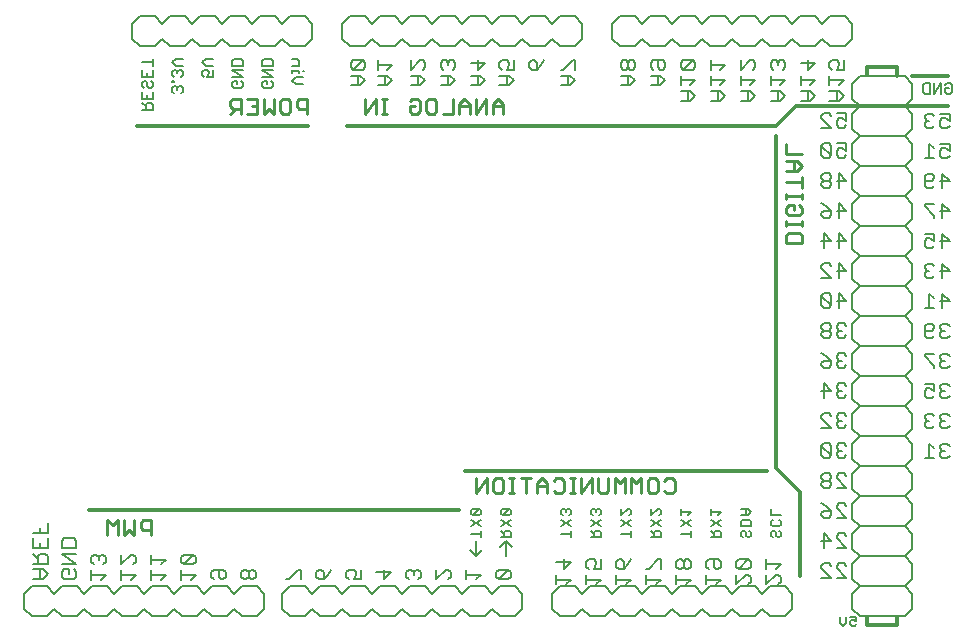
<source format=gbo>
G75*
%MOIN*%
%OFA0B0*%
%FSLAX24Y24*%
%IPPOS*%
%LPD*%
%AMOC8*
5,1,8,0,0,1.08239X$1,22.5*
%
%ADD10C,0.0080*%
%ADD11C,0.0060*%
%ADD12C,0.0120*%
%ADD13C,0.0090*%
%ADD14C,0.0050*%
D10*
X008500Y027850D02*
X008250Y028100D01*
X008250Y028600D01*
X008500Y028850D01*
X009000Y028850D01*
X009250Y028600D01*
X009500Y028850D01*
X010000Y028850D01*
X010250Y028600D01*
X010500Y028850D01*
X011000Y028850D01*
X011250Y028600D01*
X011500Y028850D01*
X012000Y028850D01*
X012250Y028600D01*
X012500Y028850D01*
X013000Y028850D01*
X013250Y028600D01*
X013500Y028850D01*
X014000Y028850D01*
X014250Y028600D01*
X014500Y028850D01*
X015000Y028850D01*
X015250Y028600D01*
X015500Y028850D01*
X016000Y028850D01*
X016250Y028600D01*
X016250Y028100D01*
X016000Y027850D01*
X015500Y027850D01*
X015250Y028100D01*
X015000Y027850D01*
X014500Y027850D01*
X014250Y028100D01*
X014000Y027850D01*
X013500Y027850D01*
X013250Y028100D01*
X013000Y027850D01*
X012500Y027850D01*
X012250Y028100D01*
X012000Y027850D01*
X011500Y027850D01*
X011250Y028100D01*
X011000Y027850D01*
X010500Y027850D01*
X010250Y028100D01*
X010000Y027850D01*
X009500Y027850D01*
X009250Y028100D01*
X009000Y027850D01*
X008500Y027850D01*
X008540Y029090D02*
X008860Y029090D01*
X009020Y029250D01*
X008860Y029410D01*
X008540Y029410D01*
X008540Y029606D02*
X009020Y029606D01*
X009020Y029846D01*
X008940Y029926D01*
X008780Y029926D01*
X008700Y029846D01*
X008700Y029606D01*
X008700Y029766D02*
X008540Y029926D01*
X008540Y030121D02*
X008540Y030442D01*
X008540Y030637D02*
X009020Y030637D01*
X009020Y030957D01*
X008780Y030797D02*
X008780Y030637D01*
X009020Y030442D02*
X009020Y030121D01*
X008540Y030121D01*
X008780Y030121D02*
X008780Y030281D01*
X009490Y030361D02*
X009490Y030121D01*
X009970Y030121D01*
X009970Y030361D01*
X009890Y030442D01*
X009570Y030442D01*
X009490Y030361D01*
X009490Y029926D02*
X009970Y029926D01*
X009970Y029606D02*
X009490Y029926D01*
X009490Y029606D02*
X009970Y029606D01*
X009890Y029410D02*
X009970Y029330D01*
X009970Y029170D01*
X009890Y029090D01*
X009570Y029090D01*
X009490Y029170D01*
X009490Y029330D01*
X009570Y029410D01*
X009730Y029410D01*
X009730Y029250D01*
X010480Y029219D02*
X010960Y029219D01*
X010800Y029059D01*
X010480Y029059D02*
X010480Y029379D01*
X010560Y029574D02*
X010480Y029654D01*
X010480Y029815D01*
X010560Y029895D01*
X010640Y029895D01*
X010720Y029815D01*
X010720Y029734D01*
X010720Y029815D02*
X010800Y029895D01*
X010880Y029895D01*
X010960Y029815D01*
X010960Y029654D01*
X010880Y029574D01*
X011480Y029574D02*
X011800Y029895D01*
X011880Y029895D01*
X011960Y029815D01*
X011960Y029654D01*
X011880Y029574D01*
X011960Y029219D02*
X011480Y029219D01*
X011480Y029059D02*
X011480Y029379D01*
X011480Y029574D02*
X011480Y029895D01*
X011960Y029219D02*
X011800Y029059D01*
X012480Y029059D02*
X012480Y029379D01*
X012480Y029219D02*
X012960Y029219D01*
X012800Y029059D01*
X012800Y029574D02*
X012960Y029734D01*
X012480Y029734D01*
X012480Y029574D02*
X012480Y029895D01*
X013480Y029815D02*
X013480Y029654D01*
X013560Y029574D01*
X013880Y029895D01*
X013560Y029895D01*
X013480Y029815D01*
X013560Y029574D02*
X013880Y029574D01*
X013960Y029654D01*
X013960Y029815D01*
X013880Y029895D01*
X013480Y029379D02*
X013480Y029059D01*
X013480Y029219D02*
X013960Y029219D01*
X013800Y029059D01*
X014480Y029154D02*
X014480Y029315D01*
X014560Y029395D01*
X014880Y029395D01*
X014960Y029315D01*
X014960Y029154D01*
X014880Y029074D01*
X014800Y029074D01*
X014720Y029154D01*
X014720Y029395D01*
X014480Y029154D02*
X014560Y029074D01*
X015480Y029154D02*
X015560Y029074D01*
X015640Y029074D01*
X015720Y029154D01*
X015720Y029315D01*
X015640Y029395D01*
X015560Y029395D01*
X015480Y029315D01*
X015480Y029154D01*
X015720Y029154D02*
X015800Y029074D01*
X015880Y029074D01*
X015960Y029154D01*
X015960Y029315D01*
X015880Y029395D01*
X015800Y029395D01*
X015720Y029315D01*
X016980Y029074D02*
X017060Y029074D01*
X017380Y029395D01*
X017460Y029395D01*
X017460Y029074D01*
X017600Y028850D02*
X017100Y028850D01*
X016850Y028600D01*
X016850Y028100D01*
X017100Y027850D01*
X017600Y027850D01*
X017850Y028100D01*
X018100Y027850D01*
X018600Y027850D01*
X018850Y028100D01*
X019100Y027850D01*
X019600Y027850D01*
X019850Y028100D01*
X020100Y027850D01*
X020600Y027850D01*
X020850Y028100D01*
X021100Y027850D01*
X021600Y027850D01*
X021850Y028100D01*
X022100Y027850D01*
X022600Y027850D01*
X022850Y028100D01*
X023100Y027850D01*
X023600Y027850D01*
X023850Y028100D01*
X024100Y027850D01*
X024600Y027850D01*
X024850Y028100D01*
X024850Y028600D01*
X024600Y028850D01*
X024100Y028850D01*
X023850Y028600D01*
X023600Y028850D01*
X023100Y028850D01*
X022850Y028600D01*
X022600Y028850D01*
X022100Y028850D01*
X021850Y028600D01*
X021600Y028850D01*
X021100Y028850D01*
X020850Y028600D01*
X020600Y028850D01*
X020100Y028850D01*
X019850Y028600D01*
X019600Y028850D01*
X019100Y028850D01*
X018850Y028600D01*
X018600Y028850D01*
X018100Y028850D01*
X017850Y028600D01*
X017600Y028850D01*
X017980Y029154D02*
X017980Y029315D01*
X018060Y029395D01*
X018140Y029395D01*
X018220Y029315D01*
X018220Y029074D01*
X018060Y029074D01*
X017980Y029154D01*
X018220Y029074D02*
X018380Y029234D01*
X018460Y029395D01*
X018980Y029315D02*
X018980Y029154D01*
X019060Y029074D01*
X019220Y029074D02*
X019300Y029234D01*
X019300Y029315D01*
X019220Y029395D01*
X019060Y029395D01*
X018980Y029315D01*
X019220Y029074D02*
X019460Y029074D01*
X019460Y029395D01*
X019980Y029315D02*
X020460Y029315D01*
X020220Y029074D01*
X020220Y029395D01*
X020980Y029315D02*
X020980Y029154D01*
X021060Y029074D01*
X021220Y029234D02*
X021220Y029315D01*
X021140Y029395D01*
X021060Y029395D01*
X020980Y029315D01*
X021220Y029315D02*
X021300Y029395D01*
X021380Y029395D01*
X021460Y029315D01*
X021460Y029154D01*
X021380Y029074D01*
X021980Y029074D02*
X022300Y029395D01*
X022380Y029395D01*
X022460Y029315D01*
X022460Y029154D01*
X022380Y029074D01*
X021980Y029074D02*
X021980Y029395D01*
X022980Y029395D02*
X022980Y029074D01*
X022980Y029234D02*
X023460Y029234D01*
X023300Y029074D01*
X023300Y029850D02*
X023500Y030050D01*
X023300Y029850D02*
X023300Y030350D01*
X023100Y030050D02*
X023300Y029850D01*
X024100Y030150D02*
X024300Y030350D01*
X024500Y030150D01*
X024300Y030350D02*
X024300Y029850D01*
X024380Y029395D02*
X024060Y029074D01*
X023980Y029154D01*
X023980Y029315D01*
X024060Y029395D01*
X024380Y029395D01*
X024460Y029315D01*
X024460Y029154D01*
X024380Y029074D01*
X024060Y029074D01*
X025850Y028600D02*
X025850Y028100D01*
X026100Y027850D01*
X026600Y027850D01*
X026850Y028100D01*
X027100Y027850D01*
X027600Y027850D01*
X027850Y028100D01*
X028100Y027850D01*
X028600Y027850D01*
X028850Y028100D01*
X029100Y027850D01*
X029600Y027850D01*
X029850Y028100D01*
X030100Y027850D01*
X030600Y027850D01*
X030850Y028100D01*
X031100Y027850D01*
X031600Y027850D01*
X031850Y028100D01*
X032100Y027850D01*
X032600Y027850D01*
X032850Y028100D01*
X033100Y027850D01*
X033600Y027850D01*
X033850Y028100D01*
X033850Y028600D01*
X033600Y028850D01*
X033100Y028850D01*
X032850Y028600D01*
X032600Y028850D01*
X032100Y028850D01*
X031850Y028600D01*
X031600Y028850D01*
X031100Y028850D01*
X030850Y028600D01*
X030600Y028850D01*
X030100Y028850D01*
X029850Y028600D01*
X029600Y028850D01*
X029100Y028850D01*
X028850Y028600D01*
X028600Y028850D01*
X028100Y028850D01*
X027850Y028600D01*
X027600Y028850D01*
X027100Y028850D01*
X026850Y028600D01*
X026600Y028850D01*
X026100Y028850D01*
X025850Y028600D01*
X025980Y028909D02*
X025980Y029229D01*
X025980Y029069D02*
X026460Y029069D01*
X026300Y028909D01*
X026220Y029424D02*
X026220Y029745D01*
X025980Y029665D02*
X026460Y029665D01*
X026220Y029424D01*
X026980Y029504D02*
X027060Y029424D01*
X026980Y029504D02*
X026980Y029665D01*
X027060Y029745D01*
X027220Y029745D01*
X027300Y029665D01*
X027300Y029584D01*
X027220Y029424D01*
X027460Y029424D01*
X027460Y029745D01*
X027980Y029665D02*
X027980Y029504D01*
X028060Y029424D01*
X028220Y029424D01*
X028220Y029665D01*
X028140Y029745D01*
X028060Y029745D01*
X027980Y029665D01*
X028220Y029424D02*
X028380Y029584D01*
X028460Y029745D01*
X028460Y029069D02*
X027980Y029069D01*
X027980Y028909D02*
X027980Y029229D01*
X028300Y028909D02*
X028460Y029069D01*
X028980Y029069D02*
X029460Y029069D01*
X029300Y028909D01*
X028980Y028909D02*
X028980Y029229D01*
X028980Y029424D02*
X029060Y029424D01*
X029380Y029745D01*
X029460Y029745D01*
X029460Y029424D01*
X029980Y029504D02*
X029980Y029665D01*
X030060Y029745D01*
X030140Y029745D01*
X030220Y029665D01*
X030220Y029504D01*
X030300Y029424D01*
X030380Y029424D01*
X030460Y029504D01*
X030460Y029665D01*
X030380Y029745D01*
X030300Y029745D01*
X030220Y029665D01*
X030220Y029504D02*
X030140Y029424D01*
X030060Y029424D01*
X029980Y029504D01*
X029980Y029229D02*
X029980Y028909D01*
X029980Y029069D02*
X030460Y029069D01*
X030300Y028909D01*
X030980Y028909D02*
X030980Y029229D01*
X030980Y029069D02*
X031460Y029069D01*
X031300Y028909D01*
X031300Y029424D02*
X031220Y029504D01*
X031220Y029745D01*
X031060Y029745D02*
X031380Y029745D01*
X031460Y029665D01*
X031460Y029504D01*
X031380Y029424D01*
X031300Y029424D01*
X031060Y029424D02*
X030980Y029504D01*
X030980Y029665D01*
X031060Y029745D01*
X031980Y029665D02*
X031980Y029504D01*
X032060Y029424D01*
X032380Y029745D01*
X032060Y029745D01*
X031980Y029665D01*
X032060Y029424D02*
X032380Y029424D01*
X032460Y029504D01*
X032460Y029665D01*
X032380Y029745D01*
X032380Y029229D02*
X032300Y029229D01*
X031980Y028909D01*
X031980Y029229D01*
X032380Y029229D02*
X032460Y029149D01*
X032460Y028989D01*
X032380Y028909D01*
X032980Y028909D02*
X032980Y029229D01*
X032980Y029424D02*
X032980Y029745D01*
X032980Y029584D02*
X033460Y029584D01*
X033300Y029424D01*
X033300Y029229D02*
X033380Y029229D01*
X033460Y029149D01*
X033460Y028989D01*
X033380Y028909D01*
X033300Y029229D02*
X032980Y028909D01*
X034815Y029130D02*
X035136Y029130D01*
X034815Y029450D01*
X034815Y029530D01*
X034895Y029610D01*
X035056Y029610D01*
X035136Y029530D01*
X035331Y029530D02*
X035411Y029610D01*
X035571Y029610D01*
X035651Y029530D01*
X035331Y029530D02*
X035331Y029450D01*
X035651Y029130D01*
X035331Y029130D01*
X035850Y028600D02*
X036100Y028850D01*
X037600Y028850D01*
X037850Y028600D01*
X037850Y028100D01*
X037600Y027850D01*
X036100Y027850D01*
X035850Y028100D01*
X035850Y028600D01*
X035651Y030130D02*
X035331Y030450D01*
X035331Y030530D01*
X035411Y030610D01*
X035571Y030610D01*
X035651Y030530D01*
X035651Y030130D02*
X035331Y030130D01*
X035136Y030370D02*
X034815Y030370D01*
X034895Y030130D02*
X034895Y030610D01*
X035136Y030370D01*
X035056Y031130D02*
X034895Y031130D01*
X034815Y031210D01*
X034815Y031290D01*
X034895Y031370D01*
X035136Y031370D01*
X035136Y031210D01*
X035056Y031130D01*
X035136Y031370D02*
X034976Y031530D01*
X034815Y031610D01*
X034895Y032130D02*
X034815Y032210D01*
X034815Y032290D01*
X034895Y032370D01*
X035056Y032370D01*
X035136Y032450D01*
X035136Y032530D01*
X035056Y032610D01*
X034895Y032610D01*
X034815Y032530D01*
X034815Y032450D01*
X034895Y032370D01*
X035056Y032370D02*
X035136Y032290D01*
X035136Y032210D01*
X035056Y032130D01*
X034895Y032130D01*
X035331Y032130D02*
X035651Y032130D01*
X035331Y032450D01*
X035331Y032530D01*
X035411Y032610D01*
X035571Y032610D01*
X035651Y032530D01*
X035571Y033130D02*
X035651Y033210D01*
X035571Y033130D02*
X035411Y033130D01*
X035331Y033210D01*
X035331Y033290D01*
X035411Y033370D01*
X035491Y033370D01*
X035411Y033370D02*
X035331Y033450D01*
X035331Y033530D01*
X035411Y033610D01*
X035571Y033610D01*
X035651Y033530D01*
X035136Y033530D02*
X035136Y033210D01*
X034815Y033530D01*
X034815Y033210D01*
X034895Y033130D01*
X035056Y033130D01*
X035136Y033210D01*
X035136Y033530D02*
X035056Y033610D01*
X034895Y033610D01*
X034815Y033530D01*
X034815Y034130D02*
X035136Y034130D01*
X034815Y034450D01*
X034815Y034530D01*
X034895Y034610D01*
X035056Y034610D01*
X035136Y034530D01*
X035331Y034530D02*
X035411Y034610D01*
X035571Y034610D01*
X035651Y034530D01*
X035491Y034370D02*
X035411Y034370D01*
X035331Y034290D01*
X035331Y034210D01*
X035411Y034130D01*
X035571Y034130D01*
X035651Y034210D01*
X035411Y034370D02*
X035331Y034450D01*
X035331Y034530D01*
X035411Y035130D02*
X035571Y035130D01*
X035651Y035210D01*
X035491Y035370D02*
X035411Y035370D01*
X035331Y035290D01*
X035331Y035210D01*
X035411Y035130D01*
X035411Y035370D02*
X035331Y035450D01*
X035331Y035530D01*
X035411Y035610D01*
X035571Y035610D01*
X035651Y035530D01*
X035136Y035370D02*
X034815Y035370D01*
X034895Y035130D02*
X034895Y035610D01*
X035136Y035370D01*
X035056Y036130D02*
X034895Y036130D01*
X034815Y036210D01*
X034815Y036290D01*
X034895Y036370D01*
X035136Y036370D01*
X035136Y036210D01*
X035056Y036130D01*
X035136Y036370D02*
X034976Y036530D01*
X034815Y036610D01*
X034895Y037130D02*
X034815Y037210D01*
X034815Y037290D01*
X034895Y037370D01*
X035056Y037370D01*
X035136Y037450D01*
X035136Y037530D01*
X035056Y037610D01*
X034895Y037610D01*
X034815Y037530D01*
X034815Y037450D01*
X034895Y037370D01*
X035056Y037370D02*
X035136Y037290D01*
X035136Y037210D01*
X035056Y037130D01*
X034895Y037130D01*
X035331Y037210D02*
X035331Y037290D01*
X035411Y037370D01*
X035491Y037370D01*
X035411Y037370D02*
X035331Y037450D01*
X035331Y037530D01*
X035411Y037610D01*
X035571Y037610D01*
X035651Y037530D01*
X035651Y037210D02*
X035571Y037130D01*
X035411Y037130D01*
X035331Y037210D01*
X035411Y036610D02*
X035331Y036530D01*
X035331Y036450D01*
X035411Y036370D01*
X035331Y036290D01*
X035331Y036210D01*
X035411Y036130D01*
X035571Y036130D01*
X035651Y036210D01*
X035491Y036370D02*
X035411Y036370D01*
X035411Y036610D02*
X035571Y036610D01*
X035651Y036530D01*
X035411Y038130D02*
X035411Y038610D01*
X035651Y038370D01*
X035331Y038370D01*
X035136Y038210D02*
X035136Y038530D01*
X035056Y038610D01*
X034895Y038610D01*
X034815Y038530D01*
X035136Y038210D01*
X035056Y038130D01*
X034895Y038130D01*
X034815Y038210D01*
X034815Y038530D01*
X034815Y039130D02*
X035136Y039130D01*
X034815Y039450D01*
X034815Y039530D01*
X034895Y039610D01*
X035056Y039610D01*
X035136Y039530D01*
X035331Y039370D02*
X035651Y039370D01*
X035411Y039610D01*
X035411Y039130D01*
X035411Y040130D02*
X035411Y040610D01*
X035651Y040370D01*
X035331Y040370D01*
X035136Y040370D02*
X034895Y040610D01*
X034895Y040130D01*
X034815Y040370D02*
X035136Y040370D01*
X035056Y041130D02*
X034895Y041130D01*
X034815Y041210D01*
X034815Y041290D01*
X034895Y041370D01*
X035136Y041370D01*
X035136Y041210D01*
X035056Y041130D01*
X035136Y041370D02*
X034976Y041530D01*
X034815Y041610D01*
X034895Y042130D02*
X034815Y042210D01*
X034815Y042290D01*
X034895Y042370D01*
X035056Y042370D01*
X035136Y042450D01*
X035136Y042530D01*
X035056Y042610D01*
X034895Y042610D01*
X034815Y042530D01*
X034815Y042450D01*
X034895Y042370D01*
X035056Y042370D02*
X035136Y042290D01*
X035136Y042210D01*
X035056Y042130D01*
X034895Y042130D01*
X035331Y042370D02*
X035651Y042370D01*
X035411Y042610D01*
X035411Y042130D01*
X035411Y041610D02*
X035651Y041370D01*
X035331Y041370D01*
X035411Y041130D02*
X035411Y041610D01*
X035411Y043130D02*
X035571Y043130D01*
X035651Y043210D01*
X035651Y043370D02*
X035491Y043450D01*
X035411Y043450D01*
X035331Y043370D01*
X035331Y043210D01*
X035411Y043130D01*
X035136Y043210D02*
X035136Y043530D01*
X035056Y043610D01*
X034895Y043610D01*
X034815Y043530D01*
X035136Y043210D01*
X035056Y043130D01*
X034895Y043130D01*
X034815Y043210D01*
X034815Y043530D01*
X034815Y044130D02*
X035136Y044130D01*
X034815Y044450D01*
X034815Y044530D01*
X034895Y044610D01*
X035056Y044610D01*
X035136Y044530D01*
X035331Y044610D02*
X035651Y044610D01*
X035651Y044370D01*
X035491Y044450D01*
X035411Y044450D01*
X035331Y044370D01*
X035331Y044210D01*
X035411Y044130D01*
X035571Y044130D01*
X035651Y044210D01*
X035651Y043610D02*
X035651Y043370D01*
X035651Y043610D02*
X035331Y043610D01*
X036100Y044850D02*
X037600Y044850D01*
X037850Y045100D01*
X037850Y045600D01*
X037600Y045850D01*
X036100Y045850D01*
X035850Y045600D01*
X035850Y045100D01*
X036100Y044850D01*
X035560Y045193D02*
X035400Y045353D01*
X035080Y045353D01*
X035080Y045549D02*
X035080Y045869D01*
X035080Y045709D02*
X035560Y045709D01*
X035400Y045549D01*
X035320Y045353D02*
X035320Y045033D01*
X035400Y045033D02*
X035560Y045193D01*
X035400Y045033D02*
X035080Y045033D01*
X034610Y045193D02*
X034450Y045353D01*
X034130Y045353D01*
X034130Y045549D02*
X034130Y045869D01*
X034130Y045709D02*
X034610Y045709D01*
X034450Y045549D01*
X034370Y045353D02*
X034370Y045033D01*
X034450Y045033D02*
X034130Y045033D01*
X034450Y045033D02*
X034610Y045193D01*
X034370Y046064D02*
X034370Y046385D01*
X034130Y046305D02*
X034610Y046305D01*
X034370Y046064D01*
X033610Y046144D02*
X033610Y046305D01*
X033530Y046385D01*
X033450Y046385D01*
X033370Y046305D01*
X033290Y046385D01*
X033210Y046385D01*
X033130Y046305D01*
X033130Y046144D01*
X033210Y046064D01*
X033130Y045869D02*
X033130Y045549D01*
X033130Y045709D02*
X033610Y045709D01*
X033450Y045549D01*
X033450Y045353D02*
X033130Y045353D01*
X033370Y045353D02*
X033370Y045033D01*
X033450Y045033D02*
X033610Y045193D01*
X033450Y045353D01*
X033450Y045033D02*
X033130Y045033D01*
X032610Y045193D02*
X032450Y045353D01*
X032130Y045353D01*
X032130Y045549D02*
X032130Y045869D01*
X032130Y045709D02*
X032610Y045709D01*
X032450Y045549D01*
X032370Y045353D02*
X032370Y045033D01*
X032450Y045033D02*
X032610Y045193D01*
X032450Y045033D02*
X032130Y045033D01*
X031610Y045193D02*
X031450Y045353D01*
X031130Y045353D01*
X031130Y045549D02*
X031130Y045869D01*
X031130Y045709D02*
X031610Y045709D01*
X031450Y045549D01*
X031370Y045353D02*
X031370Y045033D01*
X031450Y045033D02*
X031610Y045193D01*
X031450Y045033D02*
X031130Y045033D01*
X030610Y045193D02*
X030450Y045353D01*
X030130Y045353D01*
X030130Y045549D02*
X030130Y045869D01*
X030130Y045709D02*
X030610Y045709D01*
X030450Y045549D01*
X030370Y045353D02*
X030370Y045033D01*
X030450Y045033D02*
X030610Y045193D01*
X030450Y045033D02*
X030130Y045033D01*
X029610Y045709D02*
X029450Y045869D01*
X029130Y045869D01*
X029210Y046064D02*
X029130Y046144D01*
X029130Y046305D01*
X029210Y046385D01*
X029530Y046385D01*
X029610Y046305D01*
X029610Y046144D01*
X029530Y046064D01*
X029450Y046064D01*
X029370Y046144D01*
X029370Y046385D01*
X029370Y045869D02*
X029370Y045549D01*
X029450Y045549D02*
X029610Y045709D01*
X029450Y045549D02*
X029130Y045549D01*
X028610Y045709D02*
X028450Y045869D01*
X028130Y045869D01*
X028210Y046064D02*
X028290Y046064D01*
X028370Y046144D01*
X028370Y046305D01*
X028290Y046385D01*
X028210Y046385D01*
X028130Y046305D01*
X028130Y046144D01*
X028210Y046064D01*
X028370Y046144D02*
X028450Y046064D01*
X028530Y046064D01*
X028610Y046144D01*
X028610Y046305D01*
X028530Y046385D01*
X028450Y046385D01*
X028370Y046305D01*
X028370Y045869D02*
X028370Y045549D01*
X028450Y045549D02*
X028610Y045709D01*
X028450Y045549D02*
X028130Y045549D01*
X028100Y046850D02*
X027850Y047100D01*
X027850Y047600D01*
X028100Y047850D01*
X028600Y047850D01*
X028850Y047600D01*
X029100Y047850D01*
X029600Y047850D01*
X029850Y047600D01*
X030100Y047850D01*
X030600Y047850D01*
X030850Y047600D01*
X031100Y047850D01*
X031600Y047850D01*
X031850Y047600D01*
X032100Y047850D01*
X032600Y047850D01*
X032850Y047600D01*
X033100Y047850D01*
X033600Y047850D01*
X033850Y047600D01*
X034100Y047850D01*
X034600Y047850D01*
X034850Y047600D01*
X035100Y047850D01*
X035600Y047850D01*
X035850Y047600D01*
X035850Y047100D01*
X035600Y046850D01*
X035100Y046850D01*
X034850Y047100D01*
X034600Y046850D01*
X034100Y046850D01*
X033850Y047100D01*
X033600Y046850D01*
X033100Y046850D01*
X032850Y047100D01*
X032600Y046850D01*
X032100Y046850D01*
X031850Y047100D01*
X031600Y046850D01*
X031100Y046850D01*
X030850Y047100D01*
X030600Y046850D01*
X030100Y046850D01*
X029850Y047100D01*
X029600Y046850D01*
X029100Y046850D01*
X028850Y047100D01*
X028600Y046850D01*
X028100Y046850D01*
X026850Y047100D02*
X026850Y047600D01*
X026600Y047850D01*
X026100Y047850D01*
X025850Y047600D01*
X025600Y047850D01*
X025100Y047850D01*
X024850Y047600D01*
X024600Y047850D01*
X024100Y047850D01*
X023850Y047600D01*
X023600Y047850D01*
X023100Y047850D01*
X022850Y047600D01*
X022600Y047850D01*
X022100Y047850D01*
X021850Y047600D01*
X021600Y047850D01*
X021100Y047850D01*
X020850Y047600D01*
X020600Y047850D01*
X020100Y047850D01*
X019850Y047600D01*
X019600Y047850D01*
X019100Y047850D01*
X018850Y047600D01*
X018850Y047100D01*
X019100Y046850D01*
X019600Y046850D01*
X019850Y047100D01*
X020100Y046850D01*
X020600Y046850D01*
X020850Y047100D01*
X021100Y046850D01*
X021600Y046850D01*
X021850Y047100D01*
X022100Y046850D01*
X022600Y046850D01*
X022850Y047100D01*
X023100Y046850D01*
X023600Y046850D01*
X023850Y047100D01*
X024100Y046850D01*
X024600Y046850D01*
X024850Y047100D01*
X025100Y046850D01*
X025600Y046850D01*
X025850Y047100D01*
X026100Y046850D01*
X026600Y046850D01*
X026850Y047100D01*
X026610Y046385D02*
X026530Y046385D01*
X026210Y046064D01*
X026130Y046064D01*
X026130Y045869D02*
X026450Y045869D01*
X026610Y045709D01*
X026450Y045549D01*
X026130Y045549D01*
X026370Y045549D02*
X026370Y045869D01*
X026610Y046064D02*
X026610Y046385D01*
X025560Y046385D02*
X025480Y046224D01*
X025320Y046064D01*
X025320Y046305D01*
X025240Y046385D01*
X025160Y046385D01*
X025080Y046305D01*
X025080Y046144D01*
X025160Y046064D01*
X025320Y046064D01*
X024560Y046064D02*
X024320Y046064D01*
X024400Y046224D01*
X024400Y046305D01*
X024320Y046385D01*
X024160Y046385D01*
X024080Y046305D01*
X024080Y046144D01*
X024160Y046064D01*
X024080Y045869D02*
X024400Y045869D01*
X024560Y045709D01*
X024400Y045549D01*
X024080Y045549D01*
X024320Y045549D02*
X024320Y045869D01*
X024560Y046064D02*
X024560Y046385D01*
X023610Y046305D02*
X023370Y046064D01*
X023370Y046385D01*
X023130Y046305D02*
X023610Y046305D01*
X023450Y045869D02*
X023130Y045869D01*
X023370Y045869D02*
X023370Y045549D01*
X023450Y045549D02*
X023610Y045709D01*
X023450Y045869D01*
X023450Y045549D02*
X023130Y045549D01*
X022610Y045709D02*
X022450Y045869D01*
X022130Y045869D01*
X022210Y046064D02*
X022130Y046144D01*
X022130Y046305D01*
X022210Y046385D01*
X022290Y046385D01*
X022370Y046305D01*
X022370Y046224D01*
X022370Y046305D02*
X022450Y046385D01*
X022530Y046385D01*
X022610Y046305D01*
X022610Y046144D01*
X022530Y046064D01*
X022370Y045869D02*
X022370Y045549D01*
X022450Y045549D02*
X022610Y045709D01*
X022450Y045549D02*
X022130Y045549D01*
X021610Y045709D02*
X021450Y045869D01*
X021130Y045869D01*
X021130Y046064D02*
X021450Y046385D01*
X021530Y046385D01*
X021610Y046305D01*
X021610Y046144D01*
X021530Y046064D01*
X021370Y045869D02*
X021370Y045549D01*
X021450Y045549D02*
X021130Y045549D01*
X021450Y045549D02*
X021610Y045709D01*
X021130Y046064D02*
X021130Y046385D01*
X020510Y046224D02*
X020030Y046224D01*
X020030Y046064D02*
X020030Y046385D01*
X019610Y046305D02*
X019530Y046385D01*
X019210Y046064D01*
X019130Y046144D01*
X019130Y046305D01*
X019210Y046385D01*
X019530Y046385D01*
X019610Y046305D02*
X019610Y046144D01*
X019530Y046064D01*
X019210Y046064D01*
X019130Y045869D02*
X019450Y045869D01*
X019610Y045709D01*
X019450Y045549D01*
X019130Y045549D01*
X019370Y045549D02*
X019370Y045869D01*
X020030Y045869D02*
X020350Y045869D01*
X020510Y045709D01*
X020350Y045549D01*
X020030Y045549D01*
X020270Y045549D02*
X020270Y045869D01*
X020350Y046064D02*
X020510Y046224D01*
X017850Y047100D02*
X017850Y047600D01*
X017600Y047850D01*
X017100Y047850D01*
X016850Y047600D01*
X016600Y047850D01*
X016100Y047850D01*
X015850Y047600D01*
X015600Y047850D01*
X015100Y047850D01*
X014850Y047600D01*
X014600Y047850D01*
X014100Y047850D01*
X013850Y047600D01*
X013600Y047850D01*
X013100Y047850D01*
X012850Y047600D01*
X012600Y047850D01*
X012100Y047850D01*
X011850Y047600D01*
X011850Y047100D01*
X012100Y046850D01*
X012600Y046850D01*
X012850Y047100D01*
X013100Y046850D01*
X013600Y046850D01*
X013850Y047100D01*
X014100Y046850D01*
X014600Y046850D01*
X014850Y047100D01*
X015100Y046850D01*
X015600Y046850D01*
X015850Y047100D01*
X016100Y046850D01*
X016600Y046850D01*
X016850Y047100D01*
X017100Y046850D01*
X017600Y046850D01*
X017850Y047100D01*
X030130Y046305D02*
X030130Y046144D01*
X030210Y046064D01*
X030530Y046385D01*
X030210Y046385D01*
X030130Y046305D01*
X030210Y046064D02*
X030530Y046064D01*
X030610Y046144D01*
X030610Y046305D01*
X030530Y046385D01*
X031130Y046385D02*
X031130Y046064D01*
X031130Y046224D02*
X031610Y046224D01*
X031450Y046064D01*
X032130Y046064D02*
X032450Y046385D01*
X032530Y046385D01*
X032610Y046305D01*
X032610Y046144D01*
X032530Y046064D01*
X032130Y046064D02*
X032130Y046385D01*
X033370Y046305D02*
X033370Y046224D01*
X033530Y046064D02*
X033610Y046144D01*
X035080Y046144D02*
X035160Y046064D01*
X035080Y046144D02*
X035080Y046305D01*
X035160Y046385D01*
X035320Y046385D01*
X035400Y046305D01*
X035400Y046224D01*
X035320Y046064D01*
X035560Y046064D01*
X035560Y046385D01*
X038255Y044520D02*
X038255Y044440D01*
X038335Y044360D01*
X038255Y044280D01*
X038255Y044200D01*
X038335Y044120D01*
X038496Y044120D01*
X038576Y044200D01*
X038771Y044200D02*
X038851Y044120D01*
X039011Y044120D01*
X039091Y044200D01*
X039091Y044360D02*
X038931Y044440D01*
X038851Y044440D01*
X038771Y044360D01*
X038771Y044200D01*
X039091Y044360D02*
X039091Y044600D01*
X038771Y044600D01*
X038576Y044520D02*
X038496Y044600D01*
X038335Y044600D01*
X038255Y044520D01*
X038335Y044360D02*
X038416Y044360D01*
X038416Y043600D02*
X038416Y043120D01*
X038576Y043120D02*
X038255Y043120D01*
X038576Y043440D02*
X038416Y043600D01*
X038771Y043600D02*
X039091Y043600D01*
X039091Y043360D01*
X038931Y043440D01*
X038851Y043440D01*
X038771Y043360D01*
X038771Y043200D01*
X038851Y043120D01*
X039011Y043120D01*
X039091Y043200D01*
X038851Y042600D02*
X039091Y042360D01*
X038771Y042360D01*
X038576Y042440D02*
X038496Y042360D01*
X038255Y042360D01*
X038255Y042200D02*
X038255Y042520D01*
X038335Y042600D01*
X038496Y042600D01*
X038576Y042520D01*
X038576Y042440D01*
X038576Y042200D02*
X038496Y042120D01*
X038335Y042120D01*
X038255Y042200D01*
X038255Y041600D02*
X038255Y041520D01*
X038576Y041200D01*
X038576Y041120D01*
X038851Y041120D02*
X038851Y041600D01*
X039091Y041360D01*
X038771Y041360D01*
X038576Y041600D02*
X038255Y041600D01*
X038851Y042120D02*
X038851Y042600D01*
X038851Y040600D02*
X039091Y040360D01*
X038771Y040360D01*
X038576Y040360D02*
X038576Y040600D01*
X038255Y040600D01*
X038335Y040440D02*
X038255Y040360D01*
X038255Y040200D01*
X038335Y040120D01*
X038496Y040120D01*
X038576Y040200D01*
X038576Y040360D02*
X038416Y040440D01*
X038335Y040440D01*
X038851Y040600D02*
X038851Y040120D01*
X038851Y039600D02*
X039091Y039360D01*
X038771Y039360D01*
X038576Y039200D02*
X038496Y039120D01*
X038335Y039120D01*
X038255Y039200D01*
X038255Y039280D01*
X038335Y039360D01*
X038416Y039360D01*
X038335Y039360D02*
X038255Y039440D01*
X038255Y039520D01*
X038335Y039600D01*
X038496Y039600D01*
X038576Y039520D01*
X038851Y039600D02*
X038851Y039120D01*
X038851Y038600D02*
X039091Y038360D01*
X038771Y038360D01*
X038576Y038440D02*
X038416Y038600D01*
X038416Y038120D01*
X038576Y038120D02*
X038255Y038120D01*
X038335Y037600D02*
X038496Y037600D01*
X038576Y037520D01*
X038576Y037440D01*
X038496Y037360D01*
X038255Y037360D01*
X038255Y037200D02*
X038255Y037520D01*
X038335Y037600D01*
X038255Y037200D02*
X038335Y037120D01*
X038496Y037120D01*
X038576Y037200D01*
X038771Y037200D02*
X038771Y037280D01*
X038851Y037360D01*
X038931Y037360D01*
X038851Y037360D02*
X038771Y037440D01*
X038771Y037520D01*
X038851Y037600D01*
X039011Y037600D01*
X039091Y037520D01*
X039091Y037200D02*
X039011Y037120D01*
X038851Y037120D01*
X038771Y037200D01*
X038851Y036600D02*
X038771Y036520D01*
X038771Y036440D01*
X038851Y036360D01*
X038771Y036280D01*
X038771Y036200D01*
X038851Y036120D01*
X039011Y036120D01*
X039091Y036200D01*
X038931Y036360D02*
X038851Y036360D01*
X038851Y036600D02*
X039011Y036600D01*
X039091Y036520D01*
X038576Y036600D02*
X038255Y036600D01*
X038255Y036520D01*
X038576Y036200D01*
X038576Y036120D01*
X038576Y035600D02*
X038576Y035360D01*
X038416Y035440D01*
X038335Y035440D01*
X038255Y035360D01*
X038255Y035200D01*
X038335Y035120D01*
X038496Y035120D01*
X038576Y035200D01*
X038771Y035200D02*
X038851Y035120D01*
X039011Y035120D01*
X039091Y035200D01*
X038931Y035360D02*
X038851Y035360D01*
X038771Y035280D01*
X038771Y035200D01*
X038851Y035360D02*
X038771Y035440D01*
X038771Y035520D01*
X038851Y035600D01*
X039011Y035600D01*
X039091Y035520D01*
X039011Y034600D02*
X038851Y034600D01*
X038771Y034520D01*
X038771Y034440D01*
X038851Y034360D01*
X038771Y034280D01*
X038771Y034200D01*
X038851Y034120D01*
X039011Y034120D01*
X039091Y034200D01*
X038931Y034360D02*
X038851Y034360D01*
X039091Y034520D02*
X039011Y034600D01*
X038576Y034520D02*
X038496Y034600D01*
X038335Y034600D01*
X038255Y034520D01*
X038255Y034440D01*
X038335Y034360D01*
X038255Y034280D01*
X038255Y034200D01*
X038335Y034120D01*
X038496Y034120D01*
X038576Y034200D01*
X038416Y034360D02*
X038335Y034360D01*
X038416Y033600D02*
X038416Y033120D01*
X038576Y033120D02*
X038255Y033120D01*
X038576Y033440D02*
X038416Y033600D01*
X038771Y033520D02*
X038771Y033440D01*
X038851Y033360D01*
X038771Y033280D01*
X038771Y033200D01*
X038851Y033120D01*
X039011Y033120D01*
X039091Y033200D01*
X038931Y033360D02*
X038851Y033360D01*
X038771Y033520D02*
X038851Y033600D01*
X039011Y033600D01*
X039091Y033520D01*
X038576Y035600D02*
X038255Y035600D01*
X038851Y038120D02*
X038851Y038600D01*
X035571Y031610D02*
X035651Y031530D01*
X035571Y031610D02*
X035411Y031610D01*
X035331Y031530D01*
X035331Y031450D01*
X035651Y031130D01*
X035331Y031130D01*
X027460Y029069D02*
X027300Y028909D01*
X027460Y029069D02*
X026980Y029069D01*
X026980Y028909D02*
X026980Y029229D01*
X008780Y029090D02*
X008780Y029410D01*
D11*
X012180Y044728D02*
X012520Y044728D01*
X012520Y044899D01*
X012464Y044955D01*
X012350Y044955D01*
X012293Y044899D01*
X012293Y044728D01*
X012293Y044842D02*
X012180Y044955D01*
X012180Y045097D02*
X012180Y045324D01*
X012237Y045465D02*
X012180Y045522D01*
X012180Y045635D01*
X012237Y045692D01*
X012293Y045692D01*
X012350Y045635D01*
X012350Y045522D01*
X012407Y045465D01*
X012464Y045465D01*
X012520Y045522D01*
X012520Y045635D01*
X012464Y045692D01*
X012520Y045833D02*
X012180Y045833D01*
X012180Y046060D01*
X012350Y045947D02*
X012350Y045833D01*
X012520Y045833D02*
X012520Y046060D01*
X012520Y046202D02*
X012520Y046429D01*
X012520Y046315D02*
X012180Y046315D01*
X013180Y046315D02*
X013293Y046429D01*
X013520Y046429D01*
X013520Y046202D02*
X013293Y046202D01*
X013180Y046315D01*
X013237Y046060D02*
X013180Y046004D01*
X013180Y045890D01*
X013237Y045833D01*
X013237Y045706D02*
X013180Y045706D01*
X013180Y045649D01*
X013237Y045649D01*
X013237Y045706D01*
X013237Y045508D02*
X013180Y045451D01*
X013180Y045338D01*
X013237Y045281D01*
X013350Y045394D02*
X013350Y045451D01*
X013293Y045508D01*
X013237Y045508D01*
X013350Y045451D02*
X013407Y045508D01*
X013464Y045508D01*
X013520Y045451D01*
X013520Y045338D01*
X013464Y045281D01*
X013464Y045833D02*
X013520Y045890D01*
X013520Y046004D01*
X013464Y046060D01*
X013407Y046060D01*
X013350Y046004D01*
X013293Y046060D01*
X013237Y046060D01*
X013350Y046004D02*
X013350Y045947D01*
X014180Y046004D02*
X014180Y045890D01*
X014237Y045833D01*
X014350Y045833D02*
X014407Y045947D01*
X014407Y046004D01*
X014350Y046060D01*
X014237Y046060D01*
X014180Y046004D01*
X014293Y046202D02*
X014180Y046315D01*
X014293Y046429D01*
X014520Y046429D01*
X014520Y046202D02*
X014293Y046202D01*
X014520Y046060D02*
X014520Y045833D01*
X014350Y045833D01*
X015180Y045833D02*
X015520Y045833D01*
X015180Y046060D01*
X015520Y046060D01*
X015520Y046202D02*
X015520Y046372D01*
X015464Y046429D01*
X015237Y046429D01*
X015180Y046372D01*
X015180Y046202D01*
X015520Y046202D01*
X015464Y045692D02*
X015520Y045635D01*
X015520Y045522D01*
X015464Y045465D01*
X015237Y045465D01*
X015180Y045522D01*
X015180Y045635D01*
X015237Y045692D01*
X015350Y045692D01*
X015350Y045578D01*
X016180Y045522D02*
X016237Y045465D01*
X016464Y045465D01*
X016520Y045522D01*
X016520Y045635D01*
X016464Y045692D01*
X016350Y045692D02*
X016350Y045578D01*
X016350Y045692D02*
X016237Y045692D01*
X016180Y045635D01*
X016180Y045522D01*
X016180Y045833D02*
X016520Y045833D01*
X016180Y046060D01*
X016520Y046060D01*
X016520Y046202D02*
X016520Y046372D01*
X016464Y046429D01*
X016237Y046429D01*
X016180Y046372D01*
X016180Y046202D01*
X016520Y046202D01*
X017180Y046202D02*
X017407Y046202D01*
X017407Y046372D01*
X017350Y046429D01*
X017180Y046429D01*
X017180Y046070D02*
X017180Y045956D01*
X017180Y046013D02*
X017407Y046013D01*
X017407Y045956D01*
X017520Y046013D02*
X017577Y046013D01*
X017520Y045815D02*
X017293Y045815D01*
X017180Y045701D01*
X017293Y045588D01*
X017520Y045588D01*
X012520Y045324D02*
X012520Y045097D01*
X012180Y045097D01*
X012350Y045097D02*
X012350Y045210D01*
X023187Y031439D02*
X023130Y031382D01*
X023130Y031268D01*
X023187Y031212D01*
X023414Y031439D01*
X023187Y031439D01*
X023414Y031439D02*
X023470Y031382D01*
X023470Y031268D01*
X023414Y031212D01*
X023187Y031212D01*
X023130Y031070D02*
X023470Y030843D01*
X023470Y030702D02*
X023470Y030475D01*
X023470Y030588D02*
X023130Y030588D01*
X023130Y030843D02*
X023470Y031070D01*
X024130Y031070D02*
X024470Y030843D01*
X024414Y030702D02*
X024300Y030702D01*
X024243Y030645D01*
X024243Y030475D01*
X024130Y030475D02*
X024470Y030475D01*
X024470Y030645D01*
X024414Y030702D01*
X024243Y030588D02*
X024130Y030702D01*
X024130Y030843D02*
X024470Y031070D01*
X024414Y031212D02*
X024470Y031268D01*
X024470Y031382D01*
X024414Y031439D01*
X024187Y031212D01*
X024130Y031268D01*
X024130Y031382D01*
X024187Y031439D01*
X024414Y031439D01*
X024414Y031212D02*
X024187Y031212D01*
X026130Y031268D02*
X026187Y031212D01*
X026130Y031268D02*
X026130Y031382D01*
X026187Y031439D01*
X026243Y031439D01*
X026300Y031382D01*
X026300Y031325D01*
X026300Y031382D02*
X026357Y031439D01*
X026414Y031439D01*
X026470Y031382D01*
X026470Y031268D01*
X026414Y031212D01*
X026470Y031070D02*
X026130Y030843D01*
X026130Y031070D02*
X026470Y030843D01*
X026470Y030702D02*
X026470Y030475D01*
X026470Y030588D02*
X026130Y030588D01*
X027130Y030475D02*
X027470Y030475D01*
X027470Y030645D01*
X027414Y030702D01*
X027300Y030702D01*
X027243Y030645D01*
X027243Y030475D01*
X027243Y030588D02*
X027130Y030702D01*
X027130Y030843D02*
X027470Y031070D01*
X027414Y031212D02*
X027470Y031268D01*
X027470Y031382D01*
X027414Y031439D01*
X027357Y031439D01*
X027300Y031382D01*
X027243Y031439D01*
X027187Y031439D01*
X027130Y031382D01*
X027130Y031268D01*
X027187Y031212D01*
X027130Y031070D02*
X027470Y030843D01*
X027300Y031325D02*
X027300Y031382D01*
X028130Y031439D02*
X028130Y031212D01*
X028357Y031439D01*
X028414Y031439D01*
X028470Y031382D01*
X028470Y031268D01*
X028414Y031212D01*
X028470Y031070D02*
X028130Y030843D01*
X028130Y031070D02*
X028470Y030843D01*
X028470Y030702D02*
X028470Y030475D01*
X028470Y030588D02*
X028130Y030588D01*
X029130Y030475D02*
X029470Y030475D01*
X029470Y030645D01*
X029414Y030702D01*
X029300Y030702D01*
X029243Y030645D01*
X029243Y030475D01*
X029243Y030588D02*
X029130Y030702D01*
X029130Y030843D02*
X029470Y031070D01*
X029414Y031212D02*
X029470Y031268D01*
X029470Y031382D01*
X029414Y031439D01*
X029357Y031439D01*
X029130Y031212D01*
X029130Y031439D01*
X029130Y031070D02*
X029470Y030843D01*
X030130Y030843D02*
X030470Y031070D01*
X030357Y031212D02*
X030470Y031325D01*
X030130Y031325D01*
X030130Y031212D02*
X030130Y031439D01*
X030130Y031070D02*
X030470Y030843D01*
X030470Y030702D02*
X030470Y030475D01*
X030470Y030588D02*
X030130Y030588D01*
X031130Y030475D02*
X031470Y030475D01*
X031470Y030645D01*
X031414Y030702D01*
X031300Y030702D01*
X031243Y030645D01*
X031243Y030475D01*
X031243Y030588D02*
X031130Y030702D01*
X031130Y030843D02*
X031470Y031070D01*
X031357Y031212D02*
X031470Y031325D01*
X031130Y031325D01*
X031130Y031212D02*
X031130Y031439D01*
X031130Y031070D02*
X031470Y030843D01*
X032130Y030843D02*
X032130Y031014D01*
X032187Y031070D01*
X032414Y031070D01*
X032470Y031014D01*
X032470Y030843D01*
X032130Y030843D01*
X032187Y030702D02*
X032130Y030645D01*
X032130Y030532D01*
X032187Y030475D01*
X032300Y030532D02*
X032300Y030645D01*
X032243Y030702D01*
X032187Y030702D01*
X032300Y030532D02*
X032357Y030475D01*
X032414Y030475D01*
X032470Y030532D01*
X032470Y030645D01*
X032414Y030702D01*
X032357Y031212D02*
X032470Y031325D01*
X032357Y031439D01*
X032130Y031439D01*
X032300Y031439D02*
X032300Y031212D01*
X032357Y031212D02*
X032130Y031212D01*
X033130Y031212D02*
X033130Y031439D01*
X033130Y031212D02*
X033470Y031212D01*
X033414Y031070D02*
X033470Y031014D01*
X033470Y030900D01*
X033414Y030843D01*
X033187Y030843D01*
X033130Y030900D01*
X033130Y031014D01*
X033187Y031070D01*
X033187Y030702D02*
X033130Y030645D01*
X033130Y030532D01*
X033187Y030475D01*
X033300Y030532D02*
X033300Y030645D01*
X033243Y030702D01*
X033187Y030702D01*
X033300Y030532D02*
X033357Y030475D01*
X033414Y030475D01*
X033470Y030532D01*
X033470Y030645D01*
X033414Y030702D01*
X035850Y030600D02*
X035850Y030100D01*
X036100Y029850D01*
X037600Y029850D01*
X037850Y030100D01*
X037850Y030600D01*
X037600Y030850D01*
X036100Y030850D01*
X035850Y030600D01*
X036100Y030850D02*
X035850Y031100D01*
X035850Y031600D01*
X036100Y031850D01*
X037600Y031850D01*
X037850Y031600D01*
X037850Y031100D01*
X037600Y030850D01*
X037600Y029850D02*
X037850Y029600D01*
X037850Y029100D01*
X037600Y028850D01*
X036100Y028850D02*
X035850Y029100D01*
X035850Y029600D01*
X036100Y029850D01*
X036100Y031850D02*
X035850Y032100D01*
X035850Y032600D01*
X036100Y032850D01*
X037600Y032850D01*
X037850Y032600D01*
X037850Y032100D01*
X037600Y031850D01*
X037600Y032850D02*
X037850Y033100D01*
X037850Y033600D01*
X037600Y033850D01*
X036100Y033850D01*
X035850Y033600D01*
X035850Y033100D01*
X036100Y032850D01*
X036100Y033850D02*
X035850Y034100D01*
X035850Y034600D01*
X036100Y034850D01*
X037600Y034850D01*
X037850Y034600D01*
X037850Y034100D01*
X037600Y033850D01*
X037600Y034850D02*
X037850Y035100D01*
X037850Y035600D01*
X037600Y035850D01*
X036100Y035850D01*
X035850Y035600D01*
X035850Y035100D01*
X036100Y034850D01*
X036100Y035850D02*
X035850Y036100D01*
X035850Y036600D01*
X036100Y036850D01*
X037600Y036850D01*
X037850Y037100D01*
X037850Y037600D01*
X037600Y037850D01*
X036100Y037850D01*
X035850Y037600D01*
X035850Y037100D01*
X036100Y036850D01*
X036100Y037850D02*
X035850Y038100D01*
X035850Y038600D01*
X036100Y038850D01*
X037600Y038850D01*
X037850Y038600D01*
X037850Y038100D01*
X037600Y037850D01*
X037600Y038850D02*
X037850Y039100D01*
X037850Y039600D01*
X037600Y039850D01*
X036100Y039850D01*
X035850Y039600D01*
X035850Y039100D01*
X036100Y038850D01*
X036100Y039850D02*
X035850Y040100D01*
X035850Y040600D01*
X036100Y040850D01*
X037600Y040850D01*
X037850Y040600D01*
X037850Y040100D01*
X037600Y039850D01*
X037600Y040850D02*
X037850Y041100D01*
X037850Y041600D01*
X037600Y041850D01*
X036100Y041850D01*
X035850Y041600D01*
X035850Y041100D01*
X036100Y040850D01*
X036100Y041850D02*
X035850Y042100D01*
X035850Y042600D01*
X036100Y042850D01*
X037600Y042850D01*
X037850Y042600D01*
X037850Y042100D01*
X037600Y041850D01*
X037600Y042850D02*
X037850Y043100D01*
X037850Y043600D01*
X037600Y043850D01*
X036100Y043850D01*
X035850Y043600D01*
X035850Y043100D01*
X036100Y042850D01*
X036100Y043850D02*
X035850Y044100D01*
X035850Y044600D01*
X036100Y044850D01*
X037600Y044850D02*
X037850Y044600D01*
X037850Y044100D01*
X037600Y043850D01*
X038268Y045270D02*
X038211Y045327D01*
X038211Y045554D01*
X038268Y045610D01*
X038438Y045610D01*
X038438Y045270D01*
X038268Y045270D01*
X038580Y045270D02*
X038580Y045610D01*
X038807Y045610D02*
X038580Y045270D01*
X038807Y045270D02*
X038807Y045610D01*
X038948Y045554D02*
X039005Y045610D01*
X039118Y045610D01*
X039175Y045554D01*
X039175Y045327D01*
X039118Y045270D01*
X039005Y045270D01*
X038948Y045327D01*
X038948Y045440D01*
X039062Y045440D01*
X037600Y036850D02*
X037850Y036600D01*
X037850Y036100D01*
X037600Y035850D01*
D12*
X034110Y031980D02*
X033310Y032780D01*
X033310Y043850D01*
X033300Y044190D02*
X033970Y044860D01*
X039040Y044860D01*
X039030Y045850D02*
X037850Y045850D01*
X037350Y045870D02*
X037350Y046170D01*
X036350Y046170D01*
X036350Y045880D01*
X033300Y044190D02*
X019000Y044190D01*
X017700Y044190D02*
X012000Y044190D01*
X010400Y031400D02*
X022750Y031400D01*
X022950Y032700D02*
X033000Y032700D01*
X034110Y031980D02*
X034110Y029200D01*
X036350Y027820D02*
X036350Y027570D01*
X037350Y027570D01*
X037350Y027830D01*
D13*
X029919Y032030D02*
X029834Y031945D01*
X029664Y031945D01*
X029579Y032030D01*
X029366Y032030D02*
X029281Y031945D01*
X029111Y031945D01*
X029026Y032030D01*
X029026Y032370D01*
X029111Y032455D01*
X029281Y032455D01*
X029366Y032370D01*
X029366Y032030D01*
X029579Y032370D02*
X029664Y032455D01*
X029834Y032455D01*
X029919Y032370D01*
X029919Y032030D01*
X028814Y031945D02*
X028814Y032455D01*
X028644Y032285D01*
X028474Y032455D01*
X028474Y031945D01*
X028261Y031945D02*
X028261Y032455D01*
X028091Y032285D01*
X027921Y032455D01*
X027921Y031945D01*
X027709Y032030D02*
X027624Y031945D01*
X027454Y031945D01*
X027369Y032030D01*
X027369Y032455D01*
X027156Y032455D02*
X027156Y031945D01*
X026816Y031945D02*
X026816Y032455D01*
X026604Y032455D02*
X026434Y032455D01*
X026519Y032455D02*
X026519Y031945D01*
X026604Y031945D02*
X026434Y031945D01*
X026236Y032030D02*
X026236Y032370D01*
X026151Y032455D01*
X025980Y032455D01*
X025895Y032370D01*
X025683Y032285D02*
X025513Y032455D01*
X025343Y032285D01*
X025343Y031945D01*
X025343Y032200D02*
X025683Y032200D01*
X025683Y032285D02*
X025683Y031945D01*
X025895Y032030D02*
X025980Y031945D01*
X026151Y031945D01*
X026236Y032030D01*
X026816Y031945D02*
X027156Y032455D01*
X027709Y032455D02*
X027709Y032030D01*
X025131Y032455D02*
X024790Y032455D01*
X024961Y032455D02*
X024961Y031945D01*
X024578Y031945D02*
X024408Y031945D01*
X024493Y031945D02*
X024493Y032455D01*
X024578Y032455D02*
X024408Y032455D01*
X024210Y032370D02*
X024210Y032030D01*
X024125Y031945D01*
X023955Y031945D01*
X023870Y032030D01*
X023870Y032370D01*
X023955Y032455D01*
X024125Y032455D01*
X024210Y032370D01*
X023657Y032455D02*
X023657Y031945D01*
X023317Y031945D02*
X023317Y032455D01*
X023657Y032455D02*
X023317Y031945D01*
X023300Y044595D02*
X023300Y045105D01*
X023088Y044935D02*
X022918Y045105D01*
X022748Y044935D01*
X022748Y044595D01*
X022536Y044595D02*
X022536Y045105D01*
X022748Y044850D02*
X023088Y044850D01*
X023088Y044935D02*
X023088Y044595D01*
X023300Y044595D02*
X023641Y045105D01*
X023641Y044595D01*
X023853Y044595D02*
X023853Y044935D01*
X024023Y045105D01*
X024193Y044935D01*
X024193Y044595D01*
X024193Y044850D02*
X023853Y044850D01*
X022536Y044595D02*
X022195Y044595D01*
X021983Y044680D02*
X021898Y044595D01*
X021728Y044595D01*
X021643Y044680D01*
X021643Y045020D01*
X021728Y045105D01*
X021898Y045105D01*
X021983Y045020D01*
X021983Y044680D01*
X021431Y044680D02*
X021431Y045020D01*
X021346Y045105D01*
X021176Y045105D01*
X021090Y045020D01*
X021090Y044850D02*
X021261Y044850D01*
X021090Y044850D02*
X021090Y044680D01*
X021176Y044595D01*
X021346Y044595D01*
X021431Y044680D01*
X020326Y044595D02*
X020156Y044595D01*
X020241Y044595D02*
X020241Y045105D01*
X020326Y045105D02*
X020156Y045105D01*
X019957Y045105D02*
X019957Y044595D01*
X019617Y044595D02*
X019617Y045105D01*
X019957Y045105D02*
X019617Y044595D01*
X017667Y044595D02*
X017667Y045105D01*
X017412Y045105D01*
X017327Y045020D01*
X017327Y044850D01*
X017412Y044765D01*
X017667Y044765D01*
X017115Y044680D02*
X017030Y044595D01*
X016860Y044595D01*
X016775Y044680D01*
X016775Y045020D01*
X016860Y045105D01*
X017030Y045105D01*
X017115Y045020D01*
X017115Y044680D01*
X016562Y044595D02*
X016562Y045105D01*
X016222Y045105D02*
X016222Y044595D01*
X016392Y044765D01*
X016562Y044595D01*
X016010Y044595D02*
X016010Y045105D01*
X015670Y045105D01*
X015457Y045105D02*
X015457Y044595D01*
X015457Y044765D02*
X015202Y044765D01*
X015117Y044850D01*
X015117Y045020D01*
X015202Y045105D01*
X015457Y045105D01*
X015287Y044765D02*
X015117Y044595D01*
X015670Y044595D02*
X016010Y044595D01*
X016010Y044850D02*
X015840Y044850D01*
X012462Y031055D02*
X012207Y031055D01*
X012122Y030970D01*
X012122Y030800D01*
X012207Y030715D01*
X012462Y030715D01*
X012462Y030545D02*
X012462Y031055D01*
X011910Y031055D02*
X011910Y030545D01*
X011740Y030715D01*
X011570Y030545D01*
X011570Y031055D01*
X011357Y031055D02*
X011187Y030885D01*
X011017Y031055D01*
X011017Y030545D01*
X011357Y030545D02*
X011357Y031055D01*
X033645Y040296D02*
X033645Y040551D01*
X033730Y040636D01*
X034070Y040636D01*
X034155Y040551D01*
X034155Y040296D01*
X033645Y040296D01*
X033645Y040848D02*
X033645Y041019D01*
X033645Y040934D02*
X034155Y040934D01*
X034155Y041019D02*
X034155Y040848D01*
X034070Y041217D02*
X033730Y041217D01*
X033645Y041302D01*
X033645Y041472D01*
X033730Y041557D01*
X033900Y041557D01*
X033900Y041387D01*
X034070Y041557D02*
X034155Y041472D01*
X034155Y041302D01*
X034070Y041217D01*
X034155Y041769D02*
X034155Y041939D01*
X034155Y041854D02*
X033645Y041854D01*
X033645Y041769D02*
X033645Y041939D01*
X033645Y042308D02*
X034155Y042308D01*
X034155Y042138D02*
X034155Y042478D01*
X033985Y042690D02*
X034155Y042860D01*
X033985Y043030D01*
X033645Y043030D01*
X033645Y043243D02*
X033645Y043583D01*
X033645Y043243D02*
X034155Y043243D01*
X033900Y043030D02*
X033900Y042690D01*
X033985Y042690D02*
X033645Y042690D01*
D14*
X035447Y027825D02*
X035447Y027625D01*
X035547Y027525D01*
X035647Y027625D01*
X035647Y027825D01*
X035769Y027825D02*
X035970Y027825D01*
X035970Y027675D01*
X035869Y027725D01*
X035819Y027725D01*
X035769Y027675D01*
X035769Y027575D01*
X035819Y027525D01*
X035920Y027525D01*
X035970Y027575D01*
M02*

</source>
